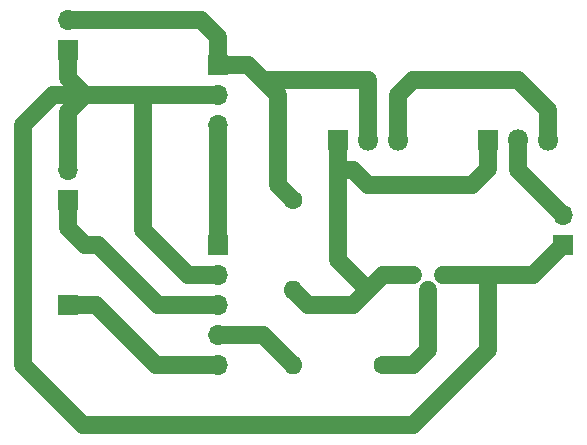
<source format=gbr>
G04 #@! TF.GenerationSoftware,KiCad,Pcbnew,5.0.0-fee4fd1~65~ubuntu17.10.1*
G04 #@! TF.CreationDate,2018-12-28T17:30:30-05:00*
G04 #@! TF.ProjectId,resetter,72657365747465722E6B696361645F70,rev?*
G04 #@! TF.SameCoordinates,Original*
G04 #@! TF.FileFunction,Copper,L2,Bot,Signal*
G04 #@! TF.FilePolarity,Positive*
%FSLAX46Y46*%
G04 Gerber Fmt 4.6, Leading zero omitted, Abs format (unit mm)*
G04 Created by KiCad (PCBNEW 5.0.0-fee4fd1~65~ubuntu17.10.1) date Fri Dec 28 17:30:30 2018*
%MOMM*%
%LPD*%
G01*
G04 APERTURE LIST*
G04 #@! TA.AperFunction,ComponentPad*
%ADD10O,1.700000X1.700000*%
G04 #@! TD*
G04 #@! TA.AperFunction,ComponentPad*
%ADD11R,1.700000X1.700000*%
G04 #@! TD*
G04 #@! TA.AperFunction,ComponentPad*
%ADD12R,1.000000X1.000000*%
G04 #@! TD*
G04 #@! TA.AperFunction,ComponentPad*
%ADD13C,1.000000*%
G04 #@! TD*
G04 #@! TA.AperFunction,ComponentPad*
%ADD14O,1.800000X1.800000*%
G04 #@! TD*
G04 #@! TA.AperFunction,ComponentPad*
%ADD15R,1.800000X1.800000*%
G04 #@! TD*
G04 #@! TA.AperFunction,ComponentPad*
%ADD16O,1.600000X1.600000*%
G04 #@! TD*
G04 #@! TA.AperFunction,ComponentPad*
%ADD17C,1.600000*%
G04 #@! TD*
G04 #@! TA.AperFunction,Conductor*
%ADD18C,1.524000*%
G04 #@! TD*
G04 #@! TA.AperFunction,Conductor*
%ADD19C,0.431800*%
G04 #@! TD*
G04 APERTURE END LIST*
D10*
G04 #@! TO.P,J1,2*
G04 #@! TO.N,GND*
X29210000Y-38100000D03*
D11*
G04 #@! TO.P,J1,1*
G04 #@! TO.N,Net-(J1-Pad1)*
X29210000Y-40640000D03*
G04 #@! TD*
G04 #@! TO.P,J2,1*
G04 #@! TO.N,Net-(J2-Pad1)*
X29210000Y-49530000D03*
G04 #@! TD*
G04 #@! TO.P,J3,1*
G04 #@! TO.N,GND*
X71120000Y-44450000D03*
D10*
G04 #@! TO.P,J3,2*
G04 #@! TO.N,Net-(J3-Pad2)*
X71120000Y-41910000D03*
G04 #@! TD*
G04 #@! TO.P,J4,2*
G04 #@! TO.N,Net-(J4-Pad2)*
X29210000Y-25400000D03*
D11*
G04 #@! TO.P,J4,1*
G04 #@! TO.N,GND*
X29210000Y-27940000D03*
G04 #@! TD*
D12*
G04 #@! TO.P,Q1,1*
G04 #@! TO.N,GND*
X60960000Y-46990000D03*
D13*
G04 #@! TO.P,Q1,3*
G04 #@! TO.N,Net-(Q1-Pad3)*
X58420000Y-46990000D03*
G04 #@! TO.P,Q1,2*
G04 #@! TO.N,Net-(Q1-Pad2)*
X59690000Y-48260000D03*
G04 #@! TD*
D14*
G04 #@! TO.P,Q2,3*
G04 #@! TO.N,Net-(Q2-Pad3)*
X57150000Y-35560000D03*
G04 #@! TO.P,Q2,2*
G04 #@! TO.N,Net-(J4-Pad2)*
X54610000Y-35560000D03*
D15*
G04 #@! TO.P,Q2,1*
G04 #@! TO.N,Net-(Q1-Pad3)*
X52070000Y-35560000D03*
G04 #@! TD*
G04 #@! TO.P,Q3,1*
G04 #@! TO.N,Net-(Q1-Pad3)*
X64770000Y-35560000D03*
D14*
G04 #@! TO.P,Q3,2*
G04 #@! TO.N,Net-(J3-Pad2)*
X67310000Y-35560000D03*
G04 #@! TO.P,Q3,3*
G04 #@! TO.N,Net-(Q2-Pad3)*
X69850000Y-35560000D03*
G04 #@! TD*
D16*
G04 #@! TO.P,R1,2*
G04 #@! TO.N,Net-(R1-Pad2)*
X48260000Y-54610000D03*
D17*
G04 #@! TO.P,R1,1*
G04 #@! TO.N,Net-(Q1-Pad2)*
X55880000Y-54610000D03*
G04 #@! TD*
G04 #@! TO.P,R2,1*
G04 #@! TO.N,Net-(J4-Pad2)*
X48260000Y-40640000D03*
D16*
G04 #@! TO.P,R2,2*
G04 #@! TO.N,Net-(Q1-Pad3)*
X48260000Y-48260000D03*
G04 #@! TD*
D10*
G04 #@! TO.P,U1,3*
G04 #@! TO.N,Net-(U1-Pad3)*
X41910000Y-34290000D03*
G04 #@! TO.P,U1,2*
G04 #@! TO.N,GND*
X41910000Y-31750000D03*
D11*
G04 #@! TO.P,U1,1*
G04 #@! TO.N,Net-(J4-Pad2)*
X41910000Y-29210000D03*
G04 #@! TD*
D10*
G04 #@! TO.P,U2,5*
G04 #@! TO.N,Net-(J2-Pad1)*
X41910000Y-54610000D03*
G04 #@! TO.P,U2,4*
G04 #@! TO.N,Net-(R1-Pad2)*
X41910000Y-52070000D03*
G04 #@! TO.P,U2,3*
G04 #@! TO.N,Net-(J1-Pad1)*
X41910000Y-49530000D03*
G04 #@! TO.P,U2,2*
G04 #@! TO.N,GND*
X41910000Y-46990000D03*
D11*
G04 #@! TO.P,U2,1*
G04 #@! TO.N,Net-(U1-Pad3)*
X41910000Y-44450000D03*
G04 #@! TD*
D18*
G04 #@! TO.N,GND*
X29210000Y-30314000D02*
X30646000Y-31750000D01*
X29210000Y-27940000D02*
X29210000Y-30314000D01*
X29210000Y-33186000D02*
X30646000Y-31750000D01*
X29210000Y-38100000D02*
X29210000Y-33186000D01*
X35560000Y-43180000D02*
X35560000Y-31750000D01*
X39370000Y-46990000D02*
X35560000Y-43180000D01*
X41910000Y-46990000D02*
X39370000Y-46990000D01*
X30646000Y-31750000D02*
X35560000Y-31750000D01*
X35560000Y-31750000D02*
X41910000Y-31750000D01*
X27940000Y-31750000D02*
X30646000Y-31750000D01*
X25400000Y-34290000D02*
X27940000Y-31750000D01*
X25400000Y-54610000D02*
X25400000Y-34290000D01*
X30480000Y-59690000D02*
X25400000Y-54610000D01*
X68580000Y-46990000D02*
X71120000Y-44450000D01*
X30480000Y-59690000D02*
X58420000Y-59690000D01*
X64770000Y-53340000D02*
X64770000Y-46990000D01*
X58420000Y-59690000D02*
X64770000Y-53340000D01*
X60960000Y-46990000D02*
X64770000Y-46990000D01*
X64770000Y-46990000D02*
X68580000Y-46990000D01*
G04 #@! TO.N,Net-(J1-Pad1)*
X29210000Y-43014000D02*
X29210000Y-40640000D01*
X30646000Y-44450000D02*
X29210000Y-43014000D01*
X31750000Y-44450000D02*
X30646000Y-44450000D01*
X41910000Y-49530000D02*
X36830000Y-49530000D01*
X36830000Y-49530000D02*
X31750000Y-44450000D01*
G04 #@! TO.N,Net-(J2-Pad1)*
X31584000Y-49530000D02*
X36664000Y-54610000D01*
X29210000Y-49530000D02*
X31584000Y-49530000D01*
X36664000Y-54610000D02*
X41910000Y-54610000D01*
G04 #@! TO.N,Net-(J3-Pad2)*
X67310000Y-38100000D02*
X71120000Y-41910000D01*
X67310000Y-35560000D02*
X67310000Y-38100000D01*
D19*
G04 #@! TO.N,Net-(J4-Pad2)*
X41910000Y-27928200D02*
X41910000Y-29210000D01*
D18*
X41910000Y-26836000D02*
X41910000Y-29210000D01*
X40474000Y-25400000D02*
X41910000Y-26836000D01*
X29210000Y-25400000D02*
X40474000Y-25400000D01*
X48260000Y-40640000D02*
X46990000Y-39370000D01*
X46990000Y-39370000D02*
X46990000Y-31750000D01*
X44450000Y-29210000D02*
X41910000Y-29210000D01*
X54610000Y-35560000D02*
X54610000Y-30480000D01*
X54610000Y-30480000D02*
X45720000Y-30480000D01*
X46990000Y-31750000D02*
X45720000Y-30480000D01*
X45720000Y-30480000D02*
X44450000Y-29210000D01*
G04 #@! TO.N,Net-(Q1-Pad3)*
X58420000Y-46990000D02*
X55880000Y-46990000D01*
X49530000Y-49530000D02*
X48260000Y-48260000D01*
X53340000Y-49530000D02*
X49530000Y-49530000D01*
X52070000Y-45720000D02*
X54610000Y-48260000D01*
X55880000Y-46990000D02*
X54610000Y-48260000D01*
X54610000Y-48260000D02*
X53340000Y-49530000D01*
X52070000Y-38100000D02*
X52070000Y-45720000D01*
X52070000Y-35560000D02*
X52070000Y-38100000D01*
X63384000Y-39370000D02*
X64770000Y-37984000D01*
X54610000Y-39370000D02*
X63384000Y-39370000D01*
X64770000Y-37984000D02*
X64770000Y-35560000D01*
X53340000Y-38100000D02*
X54610000Y-39370000D01*
X52070000Y-38100000D02*
X53340000Y-38100000D01*
G04 #@! TO.N,Net-(Q1-Pad2)*
X55880000Y-54610000D02*
X58420000Y-54610000D01*
X58420000Y-54610000D02*
X59690000Y-53340000D01*
X59690000Y-53340000D02*
X59690000Y-48260000D01*
G04 #@! TO.N,Net-(Q2-Pad3)*
X57150000Y-35560000D02*
X57150000Y-31750000D01*
X57150000Y-31750000D02*
X58420000Y-30480000D01*
X58420000Y-30480000D02*
X67310000Y-30480000D01*
X69850000Y-33020000D02*
X69850000Y-35560000D01*
X67310000Y-30480000D02*
X69850000Y-33020000D01*
G04 #@! TO.N,Net-(R1-Pad2)*
X45720000Y-52070000D02*
X48260000Y-54610000D01*
X41910000Y-52070000D02*
X45720000Y-52070000D01*
G04 #@! TO.N,Net-(U1-Pad3)*
X41910000Y-44450000D02*
X41910000Y-34290000D01*
G04 #@! TD*
M02*

</source>
